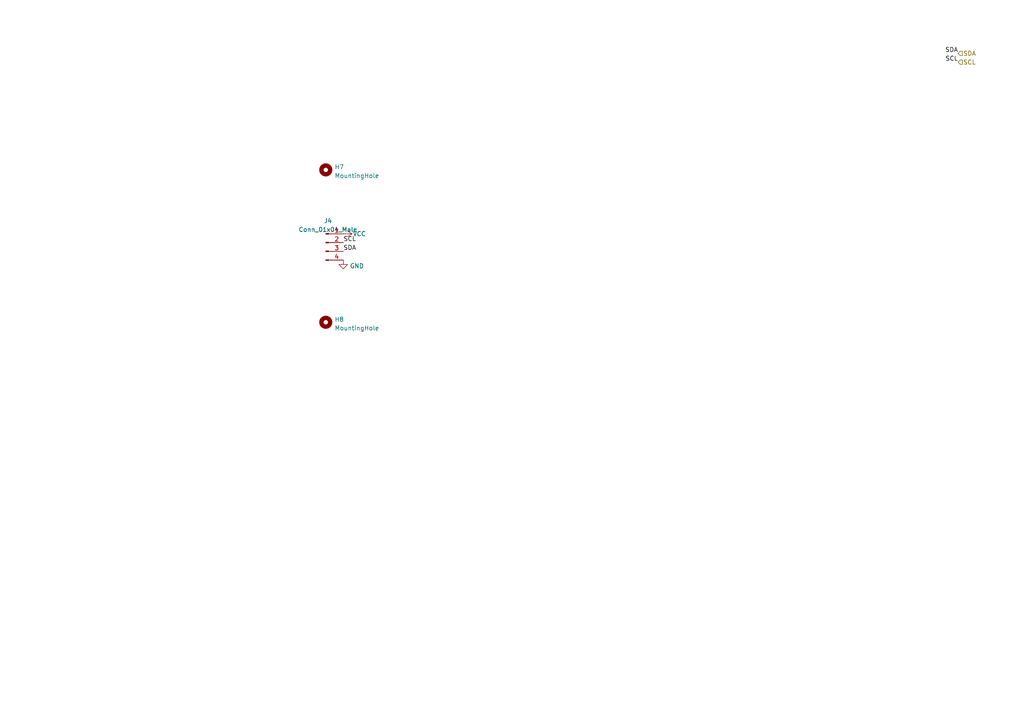
<source format=kicad_sch>
(kicad_sch (version 20211123) (generator eeschema)

  (uuid 967572bf-6309-4e62-99a6-9d3819130cd9)

  (paper "A4")

  (lib_symbols
    (symbol "Connector:Conn_01x04_Male" (pin_names (offset 1.016) hide) (in_bom yes) (on_board yes)
      (property "Reference" "J" (id 0) (at 0 5.08 0)
        (effects (font (size 1.27 1.27)))
      )
      (property "Value" "Conn_01x04_Male" (id 1) (at 0 -7.62 0)
        (effects (font (size 1.27 1.27)))
      )
      (property "Footprint" "" (id 2) (at 0 0 0)
        (effects (font (size 1.27 1.27)) hide)
      )
      (property "Datasheet" "~" (id 3) (at 0 0 0)
        (effects (font (size 1.27 1.27)) hide)
      )
      (property "ki_keywords" "connector" (id 4) (at 0 0 0)
        (effects (font (size 1.27 1.27)) hide)
      )
      (property "ki_description" "Generic connector, single row, 01x04, script generated (kicad-library-utils/schlib/autogen/connector/)" (id 5) (at 0 0 0)
        (effects (font (size 1.27 1.27)) hide)
      )
      (property "ki_fp_filters" "Connector*:*_1x??_*" (id 6) (at 0 0 0)
        (effects (font (size 1.27 1.27)) hide)
      )
      (symbol "Conn_01x04_Male_1_1"
        (polyline
          (pts
            (xy 1.27 -5.08)
            (xy 0.8636 -5.08)
          )
          (stroke (width 0.1524) (type default) (color 0 0 0 0))
          (fill (type none))
        )
        (polyline
          (pts
            (xy 1.27 -2.54)
            (xy 0.8636 -2.54)
          )
          (stroke (width 0.1524) (type default) (color 0 0 0 0))
          (fill (type none))
        )
        (polyline
          (pts
            (xy 1.27 0)
            (xy 0.8636 0)
          )
          (stroke (width 0.1524) (type default) (color 0 0 0 0))
          (fill (type none))
        )
        (polyline
          (pts
            (xy 1.27 2.54)
            (xy 0.8636 2.54)
          )
          (stroke (width 0.1524) (type default) (color 0 0 0 0))
          (fill (type none))
        )
        (rectangle (start 0.8636 -4.953) (end 0 -5.207)
          (stroke (width 0.1524) (type default) (color 0 0 0 0))
          (fill (type outline))
        )
        (rectangle (start 0.8636 -2.413) (end 0 -2.667)
          (stroke (width 0.1524) (type default) (color 0 0 0 0))
          (fill (type outline))
        )
        (rectangle (start 0.8636 0.127) (end 0 -0.127)
          (stroke (width 0.1524) (type default) (color 0 0 0 0))
          (fill (type outline))
        )
        (rectangle (start 0.8636 2.667) (end 0 2.413)
          (stroke (width 0.1524) (type default) (color 0 0 0 0))
          (fill (type outline))
        )
        (pin passive line (at 5.08 2.54 180) (length 3.81)
          (name "Pin_1" (effects (font (size 1.27 1.27))))
          (number "1" (effects (font (size 1.27 1.27))))
        )
        (pin passive line (at 5.08 0 180) (length 3.81)
          (name "Pin_2" (effects (font (size 1.27 1.27))))
          (number "2" (effects (font (size 1.27 1.27))))
        )
        (pin passive line (at 5.08 -2.54 180) (length 3.81)
          (name "Pin_3" (effects (font (size 1.27 1.27))))
          (number "3" (effects (font (size 1.27 1.27))))
        )
        (pin passive line (at 5.08 -5.08 180) (length 3.81)
          (name "Pin_4" (effects (font (size 1.27 1.27))))
          (number "4" (effects (font (size 1.27 1.27))))
        )
      )
    )
    (symbol "Mechanical:MountingHole" (pin_names (offset 1.016)) (in_bom yes) (on_board yes)
      (property "Reference" "H" (id 0) (at 0 5.08 0)
        (effects (font (size 1.27 1.27)))
      )
      (property "Value" "MountingHole" (id 1) (at 0 3.175 0)
        (effects (font (size 1.27 1.27)))
      )
      (property "Footprint" "" (id 2) (at 0 0 0)
        (effects (font (size 1.27 1.27)) hide)
      )
      (property "Datasheet" "~" (id 3) (at 0 0 0)
        (effects (font (size 1.27 1.27)) hide)
      )
      (property "ki_keywords" "mounting hole" (id 4) (at 0 0 0)
        (effects (font (size 1.27 1.27)) hide)
      )
      (property "ki_description" "Mounting Hole without connection" (id 5) (at 0 0 0)
        (effects (font (size 1.27 1.27)) hide)
      )
      (property "ki_fp_filters" "MountingHole*" (id 6) (at 0 0 0)
        (effects (font (size 1.27 1.27)) hide)
      )
      (symbol "MountingHole_0_1"
        (circle (center 0 0) (radius 1.27)
          (stroke (width 1.27) (type default) (color 0 0 0 0))
          (fill (type none))
        )
      )
    )
    (symbol "power:GND" (power) (pin_names (offset 0)) (in_bom yes) (on_board yes)
      (property "Reference" "#PWR" (id 0) (at 0 -6.35 0)
        (effects (font (size 1.27 1.27)) hide)
      )
      (property "Value" "GND" (id 1) (at 0 -3.81 0)
        (effects (font (size 1.27 1.27)))
      )
      (property "Footprint" "" (id 2) (at 0 0 0)
        (effects (font (size 1.27 1.27)) hide)
      )
      (property "Datasheet" "" (id 3) (at 0 0 0)
        (effects (font (size 1.27 1.27)) hide)
      )
      (property "ki_keywords" "power-flag" (id 4) (at 0 0 0)
        (effects (font (size 1.27 1.27)) hide)
      )
      (property "ki_description" "Power symbol creates a global label with name \"GND\" , ground" (id 5) (at 0 0 0)
        (effects (font (size 1.27 1.27)) hide)
      )
      (symbol "GND_0_1"
        (polyline
          (pts
            (xy 0 0)
            (xy 0 -1.27)
            (xy 1.27 -1.27)
            (xy 0 -2.54)
            (xy -1.27 -1.27)
            (xy 0 -1.27)
          )
          (stroke (width 0) (type default) (color 0 0 0 0))
          (fill (type none))
        )
      )
      (symbol "GND_1_1"
        (pin power_in line (at 0 0 270) (length 0) hide
          (name "GND" (effects (font (size 1.27 1.27))))
          (number "1" (effects (font (size 1.27 1.27))))
        )
      )
    )
    (symbol "power:VCC" (power) (pin_names (offset 0)) (in_bom yes) (on_board yes)
      (property "Reference" "#PWR" (id 0) (at 0 -3.81 0)
        (effects (font (size 1.27 1.27)) hide)
      )
      (property "Value" "VCC" (id 1) (at 0 3.81 0)
        (effects (font (size 1.27 1.27)))
      )
      (property "Footprint" "" (id 2) (at 0 0 0)
        (effects (font (size 1.27 1.27)) hide)
      )
      (property "Datasheet" "" (id 3) (at 0 0 0)
        (effects (font (size 1.27 1.27)) hide)
      )
      (property "ki_keywords" "power-flag" (id 4) (at 0 0 0)
        (effects (font (size 1.27 1.27)) hide)
      )
      (property "ki_description" "Power symbol creates a global label with name \"VCC\"" (id 5) (at 0 0 0)
        (effects (font (size 1.27 1.27)) hide)
      )
      (symbol "VCC_0_1"
        (polyline
          (pts
            (xy -0.762 1.27)
            (xy 0 2.54)
          )
          (stroke (width 0) (type default) (color 0 0 0 0))
          (fill (type none))
        )
        (polyline
          (pts
            (xy 0 0)
            (xy 0 2.54)
          )
          (stroke (width 0) (type default) (color 0 0 0 0))
          (fill (type none))
        )
        (polyline
          (pts
            (xy 0 2.54)
            (xy 0.762 1.27)
          )
          (stroke (width 0) (type default) (color 0 0 0 0))
          (fill (type none))
        )
      )
      (symbol "VCC_1_1"
        (pin power_in line (at 0 0 90) (length 0) hide
          (name "VCC" (effects (font (size 1.27 1.27))))
          (number "1" (effects (font (size 1.27 1.27))))
        )
      )
    )
  )


  (label "SDA" (at 99.568 72.898 0)
    (effects (font (size 1.27 1.27)) (justify left bottom))
    (uuid 7fff3ca1-b49e-4965-a59e-8c233ec662b0)
  )
  (label "SCL" (at 277.876 18.034 180)
    (effects (font (size 1.27 1.27)) (justify right bottom))
    (uuid 9671e29e-f535-4da9-b09a-837708ca4bbd)
  )
  (label "SDA" (at 277.876 15.494 180)
    (effects (font (size 1.27 1.27)) (justify right bottom))
    (uuid bf4f05d9-9ab2-4aaa-b1dd-f4379a3a3ebe)
  )
  (label "SCL" (at 99.568 70.358 0)
    (effects (font (size 1.27 1.27)) (justify left bottom))
    (uuid f691c614-e2bf-4b23-b39c-90fe48bc88b2)
  )

  (hierarchical_label "SDA" (shape input) (at 277.876 15.494 0)
    (effects (font (size 1.27 1.27)) (justify left))
    (uuid 32bb7818-259d-45e8-8d46-e3e21046c6fa)
  )
  (hierarchical_label "SCL" (shape input) (at 277.876 18.034 0)
    (effects (font (size 1.27 1.27)) (justify left))
    (uuid 8030cd42-9af5-4f18-9e86-05b6d3cbfd2b)
  )

  (symbol (lib_id "Mechanical:MountingHole") (at 94.488 93.472 0) (unit 1)
    (in_bom yes) (on_board yes) (fields_autoplaced)
    (uuid 5765c8b5-eb70-4473-9133-1242bcc2ed0a)
    (property "Reference" "H8" (id 0) (at 97.028 92.6373 0)
      (effects (font (size 1.27 1.27)) (justify left))
    )
    (property "Value" "MountingHole" (id 1) (at 97.028 95.1742 0)
      (effects (font (size 1.27 1.27)) (justify left))
    )
    (property "Footprint" "MountingHole:MountingHole_2.5mm" (id 2) (at 94.488 93.472 0)
      (effects (font (size 1.27 1.27)) hide)
    )
    (property "Datasheet" "~" (id 3) (at 94.488 93.472 0)
      (effects (font (size 1.27 1.27)) hide)
    )
  )

  (symbol (lib_id "power:VCC") (at 99.568 67.818 270) (unit 1)
    (in_bom yes) (on_board yes)
    (uuid 6f79dff3-d3ef-4965-84b4-49be3bc06427)
    (property "Reference" "#PWR0108" (id 0) (at 95.758 67.818 0)
      (effects (font (size 1.27 1.27)) hide)
    )
    (property "Value" "VCC" (id 1) (at 106.172 67.818 90)
      (effects (font (size 1.27 1.27)) (justify right))
    )
    (property "Footprint" "" (id 2) (at 99.568 67.818 0)
      (effects (font (size 1.27 1.27)) hide)
    )
    (property "Datasheet" "" (id 3) (at 99.568 67.818 0)
      (effects (font (size 1.27 1.27)) hide)
    )
    (pin "1" (uuid 164dedf6-97d7-42fa-b07a-f4d22407996e))
  )

  (symbol (lib_id "Connector:Conn_01x04_Male") (at 94.488 70.358 0) (unit 1)
    (in_bom yes) (on_board yes) (fields_autoplaced)
    (uuid 706da4dd-f22e-4357-8de5-29921cf28998)
    (property "Reference" "J4" (id 0) (at 95.123 64.042 0))
    (property "Value" "Conn_01x04_Male" (id 1) (at 95.123 66.5789 0))
    (property "Footprint" "Connector_PinSocket_2.54mm:PinSocket_1x04_P2.54mm_Vertical" (id 2) (at 94.488 70.358 0)
      (effects (font (size 1.27 1.27)) hide)
    )
    (property "Datasheet" "~" (id 3) (at 94.488 70.358 0)
      (effects (font (size 1.27 1.27)) hide)
    )
    (pin "1" (uuid 197b3d1a-e3d3-41b1-8961-620f751fff84))
    (pin "2" (uuid 1514f6b9-1812-4adf-9a9e-3c2ea2b339d6))
    (pin "3" (uuid 93b17bd4-1b02-4638-ba09-bd2b2923fdb5))
    (pin "4" (uuid 3e198e89-d07f-4614-8020-55c99a29a1fe))
  )

  (symbol (lib_id "Mechanical:MountingHole") (at 94.488 49.276 0) (unit 1)
    (in_bom yes) (on_board yes) (fields_autoplaced)
    (uuid 707f5611-edc8-45a5-af20-8509a21aaa81)
    (property "Reference" "H7" (id 0) (at 97.028 48.4413 0)
      (effects (font (size 1.27 1.27)) (justify left))
    )
    (property "Value" "MountingHole" (id 1) (at 97.028 50.9782 0)
      (effects (font (size 1.27 1.27)) (justify left))
    )
    (property "Footprint" "MountingHole:MountingHole_2.5mm" (id 2) (at 94.488 49.276 0)
      (effects (font (size 1.27 1.27)) hide)
    )
    (property "Datasheet" "~" (id 3) (at 94.488 49.276 0)
      (effects (font (size 1.27 1.27)) hide)
    )
  )

  (symbol (lib_id "power:GND") (at 99.568 75.438 0) (unit 1)
    (in_bom yes) (on_board yes) (fields_autoplaced)
    (uuid 8e90843b-b99e-46e1-8f47-8772a465c91b)
    (property "Reference" "#PWR0107" (id 0) (at 99.568 81.788 0)
      (effects (font (size 1.27 1.27)) hide)
    )
    (property "Value" "GND" (id 1) (at 101.473 77.1418 0)
      (effects (font (size 1.27 1.27)) (justify left))
    )
    (property "Footprint" "" (id 2) (at 99.568 75.438 0)
      (effects (font (size 1.27 1.27)) hide)
    )
    (property "Datasheet" "" (id 3) (at 99.568 75.438 0)
      (effects (font (size 1.27 1.27)) hide)
    )
    (pin "1" (uuid 19edc634-a7fe-414d-ab98-1da849fbbaee))
  )
)

</source>
